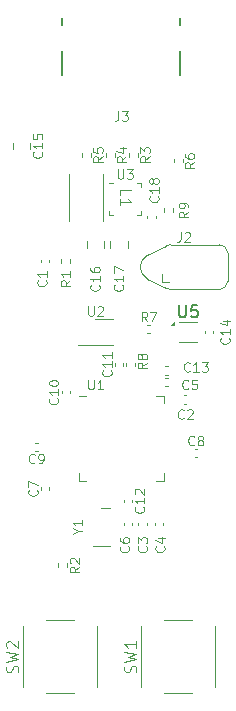
<source format=gto>
G04 #@! TF.GenerationSoftware,KiCad,Pcbnew,8.0.8+1*
G04 #@! TF.CreationDate,2025-02-19T14:50:03+01:00*
G04 #@! TF.ProjectId,rp2040,72703230-3430-42e6-9b69-6361645f7063,rev?*
G04 #@! TF.SameCoordinates,Original*
G04 #@! TF.FileFunction,Legend,Top*
G04 #@! TF.FilePolarity,Positive*
%FSLAX46Y46*%
G04 Gerber Fmt 4.6, Leading zero omitted, Abs format (unit mm)*
G04 Created by KiCad (PCBNEW 8.0.8+1) date 2025-02-19 14:50:03*
%MOMM*%
%LPD*%
G01*
G04 APERTURE LIST*
%ADD10C,0.120000*%
%ADD11C,0.150000*%
%ADD12C,0.100000*%
G04 APERTURE END LIST*
D10*
X151287664Y-99014285D02*
X151325760Y-99052381D01*
X151325760Y-99052381D02*
X151363855Y-99166666D01*
X151363855Y-99166666D02*
X151363855Y-99242857D01*
X151363855Y-99242857D02*
X151325760Y-99357143D01*
X151325760Y-99357143D02*
X151249569Y-99433333D01*
X151249569Y-99433333D02*
X151173379Y-99471428D01*
X151173379Y-99471428D02*
X151020998Y-99509524D01*
X151020998Y-99509524D02*
X150906712Y-99509524D01*
X150906712Y-99509524D02*
X150754331Y-99471428D01*
X150754331Y-99471428D02*
X150678140Y-99433333D01*
X150678140Y-99433333D02*
X150601950Y-99357143D01*
X150601950Y-99357143D02*
X150563855Y-99242857D01*
X150563855Y-99242857D02*
X150563855Y-99166666D01*
X150563855Y-99166666D02*
X150601950Y-99052381D01*
X150601950Y-99052381D02*
X150640045Y-99014285D01*
X151363855Y-98252381D02*
X151363855Y-98709524D01*
X151363855Y-98480952D02*
X150563855Y-98480952D01*
X150563855Y-98480952D02*
X150678140Y-98557143D01*
X150678140Y-98557143D02*
X150754331Y-98633333D01*
X150754331Y-98633333D02*
X150792426Y-98709524D01*
X150830521Y-97566666D02*
X151363855Y-97566666D01*
X150525760Y-97757142D02*
X151097188Y-97947619D01*
X151097188Y-97947619D02*
X151097188Y-97452380D01*
X137863855Y-94133332D02*
X137482902Y-94399999D01*
X137863855Y-94590475D02*
X137063855Y-94590475D01*
X137063855Y-94590475D02*
X137063855Y-94285713D01*
X137063855Y-94285713D02*
X137101950Y-94209523D01*
X137101950Y-94209523D02*
X137140045Y-94171428D01*
X137140045Y-94171428D02*
X137216236Y-94133332D01*
X137216236Y-94133332D02*
X137330521Y-94133332D01*
X137330521Y-94133332D02*
X137406712Y-94171428D01*
X137406712Y-94171428D02*
X137444807Y-94209523D01*
X137444807Y-94209523D02*
X137482902Y-94285713D01*
X137482902Y-94285713D02*
X137482902Y-94590475D01*
X137863855Y-93371428D02*
X137863855Y-93828571D01*
X137863855Y-93599999D02*
X137063855Y-93599999D01*
X137063855Y-93599999D02*
X137178140Y-93676190D01*
X137178140Y-93676190D02*
X137254331Y-93752380D01*
X137254331Y-93752380D02*
X137292426Y-93828571D01*
X144363855Y-101133332D02*
X143982902Y-101399999D01*
X144363855Y-101590475D02*
X143563855Y-101590475D01*
X143563855Y-101590475D02*
X143563855Y-101285713D01*
X143563855Y-101285713D02*
X143601950Y-101209523D01*
X143601950Y-101209523D02*
X143640045Y-101171428D01*
X143640045Y-101171428D02*
X143716236Y-101133332D01*
X143716236Y-101133332D02*
X143830521Y-101133332D01*
X143830521Y-101133332D02*
X143906712Y-101171428D01*
X143906712Y-101171428D02*
X143944807Y-101209523D01*
X143944807Y-101209523D02*
X143982902Y-101285713D01*
X143982902Y-101285713D02*
X143982902Y-101590475D01*
X143906712Y-100676190D02*
X143868617Y-100752380D01*
X143868617Y-100752380D02*
X143830521Y-100790475D01*
X143830521Y-100790475D02*
X143754331Y-100828571D01*
X143754331Y-100828571D02*
X143716236Y-100828571D01*
X143716236Y-100828571D02*
X143640045Y-100790475D01*
X143640045Y-100790475D02*
X143601950Y-100752380D01*
X143601950Y-100752380D02*
X143563855Y-100676190D01*
X143563855Y-100676190D02*
X143563855Y-100523809D01*
X143563855Y-100523809D02*
X143601950Y-100447618D01*
X143601950Y-100447618D02*
X143640045Y-100409523D01*
X143640045Y-100409523D02*
X143716236Y-100371428D01*
X143716236Y-100371428D02*
X143754331Y-100371428D01*
X143754331Y-100371428D02*
X143830521Y-100409523D01*
X143830521Y-100409523D02*
X143868617Y-100447618D01*
X143868617Y-100447618D02*
X143906712Y-100523809D01*
X143906712Y-100523809D02*
X143906712Y-100676190D01*
X143906712Y-100676190D02*
X143944807Y-100752380D01*
X143944807Y-100752380D02*
X143982902Y-100790475D01*
X143982902Y-100790475D02*
X144059093Y-100828571D01*
X144059093Y-100828571D02*
X144211474Y-100828571D01*
X144211474Y-100828571D02*
X144287664Y-100790475D01*
X144287664Y-100790475D02*
X144325760Y-100752380D01*
X144325760Y-100752380D02*
X144363855Y-100676190D01*
X144363855Y-100676190D02*
X144363855Y-100523809D01*
X144363855Y-100523809D02*
X144325760Y-100447618D01*
X144325760Y-100447618D02*
X144287664Y-100409523D01*
X144287664Y-100409523D02*
X144211474Y-100371428D01*
X144211474Y-100371428D02*
X144059093Y-100371428D01*
X144059093Y-100371428D02*
X143982902Y-100409523D01*
X143982902Y-100409523D02*
X143944807Y-100447618D01*
X143944807Y-100447618D02*
X143906712Y-100523809D01*
X147233333Y-90063855D02*
X147233333Y-90635283D01*
X147233333Y-90635283D02*
X147195238Y-90749569D01*
X147195238Y-90749569D02*
X147119047Y-90825760D01*
X147119047Y-90825760D02*
X147004762Y-90863855D01*
X147004762Y-90863855D02*
X146928571Y-90863855D01*
X147576190Y-90140045D02*
X147614286Y-90101950D01*
X147614286Y-90101950D02*
X147690476Y-90063855D01*
X147690476Y-90063855D02*
X147880952Y-90063855D01*
X147880952Y-90063855D02*
X147957143Y-90101950D01*
X147957143Y-90101950D02*
X147995238Y-90140045D01*
X147995238Y-90140045D02*
X148033333Y-90216236D01*
X148033333Y-90216236D02*
X148033333Y-90292426D01*
X148033333Y-90292426D02*
X147995238Y-90406712D01*
X147995238Y-90406712D02*
X147538095Y-90863855D01*
X147538095Y-90863855D02*
X148033333Y-90863855D01*
X143408760Y-127333332D02*
X143456379Y-127190475D01*
X143456379Y-127190475D02*
X143456379Y-126952380D01*
X143456379Y-126952380D02*
X143408760Y-126857142D01*
X143408760Y-126857142D02*
X143361140Y-126809523D01*
X143361140Y-126809523D02*
X143265902Y-126761904D01*
X143265902Y-126761904D02*
X143170664Y-126761904D01*
X143170664Y-126761904D02*
X143075426Y-126809523D01*
X143075426Y-126809523D02*
X143027807Y-126857142D01*
X143027807Y-126857142D02*
X142980188Y-126952380D01*
X142980188Y-126952380D02*
X142932569Y-127142856D01*
X142932569Y-127142856D02*
X142884950Y-127238094D01*
X142884950Y-127238094D02*
X142837331Y-127285713D01*
X142837331Y-127285713D02*
X142742093Y-127333332D01*
X142742093Y-127333332D02*
X142646855Y-127333332D01*
X142646855Y-127333332D02*
X142551617Y-127285713D01*
X142551617Y-127285713D02*
X142503998Y-127238094D01*
X142503998Y-127238094D02*
X142456379Y-127142856D01*
X142456379Y-127142856D02*
X142456379Y-126904761D01*
X142456379Y-126904761D02*
X142503998Y-126761904D01*
X142456379Y-126428570D02*
X143456379Y-126190475D01*
X143456379Y-126190475D02*
X142742093Y-125999999D01*
X142742093Y-125999999D02*
X143456379Y-125809523D01*
X143456379Y-125809523D02*
X142456379Y-125571428D01*
X143456379Y-124666666D02*
X143456379Y-125238094D01*
X143456379Y-124952380D02*
X142456379Y-124952380D01*
X142456379Y-124952380D02*
X142599236Y-125047618D01*
X142599236Y-125047618D02*
X142694474Y-125142856D01*
X142694474Y-125142856D02*
X142742093Y-125238094D01*
X147466667Y-105787664D02*
X147428571Y-105825760D01*
X147428571Y-105825760D02*
X147314286Y-105863855D01*
X147314286Y-105863855D02*
X147238095Y-105863855D01*
X147238095Y-105863855D02*
X147123809Y-105825760D01*
X147123809Y-105825760D02*
X147047619Y-105749569D01*
X147047619Y-105749569D02*
X147009524Y-105673379D01*
X147009524Y-105673379D02*
X146971428Y-105520998D01*
X146971428Y-105520998D02*
X146971428Y-105406712D01*
X146971428Y-105406712D02*
X147009524Y-105254331D01*
X147009524Y-105254331D02*
X147047619Y-105178140D01*
X147047619Y-105178140D02*
X147123809Y-105101950D01*
X147123809Y-105101950D02*
X147238095Y-105063855D01*
X147238095Y-105063855D02*
X147314286Y-105063855D01*
X147314286Y-105063855D02*
X147428571Y-105101950D01*
X147428571Y-105101950D02*
X147466667Y-105140045D01*
X147771428Y-105140045D02*
X147809524Y-105101950D01*
X147809524Y-105101950D02*
X147885714Y-105063855D01*
X147885714Y-105063855D02*
X148076190Y-105063855D01*
X148076190Y-105063855D02*
X148152381Y-105101950D01*
X148152381Y-105101950D02*
X148190476Y-105140045D01*
X148190476Y-105140045D02*
X148228571Y-105216236D01*
X148228571Y-105216236D02*
X148228571Y-105292426D01*
X148228571Y-105292426D02*
X148190476Y-105406712D01*
X148190476Y-105406712D02*
X147733333Y-105863855D01*
X147733333Y-105863855D02*
X148228571Y-105863855D01*
X144613855Y-83633332D02*
X144232902Y-83899999D01*
X144613855Y-84090475D02*
X143813855Y-84090475D01*
X143813855Y-84090475D02*
X143813855Y-83785713D01*
X143813855Y-83785713D02*
X143851950Y-83709523D01*
X143851950Y-83709523D02*
X143890045Y-83671428D01*
X143890045Y-83671428D02*
X143966236Y-83633332D01*
X143966236Y-83633332D02*
X144080521Y-83633332D01*
X144080521Y-83633332D02*
X144156712Y-83671428D01*
X144156712Y-83671428D02*
X144194807Y-83709523D01*
X144194807Y-83709523D02*
X144232902Y-83785713D01*
X144232902Y-83785713D02*
X144232902Y-84090475D01*
X143813855Y-83366666D02*
X143813855Y-82871428D01*
X143813855Y-82871428D02*
X144118617Y-83138094D01*
X144118617Y-83138094D02*
X144118617Y-83023809D01*
X144118617Y-83023809D02*
X144156712Y-82947618D01*
X144156712Y-82947618D02*
X144194807Y-82909523D01*
X144194807Y-82909523D02*
X144270998Y-82871428D01*
X144270998Y-82871428D02*
X144461474Y-82871428D01*
X144461474Y-82871428D02*
X144537664Y-82909523D01*
X144537664Y-82909523D02*
X144575760Y-82947618D01*
X144575760Y-82947618D02*
X144613855Y-83023809D01*
X144613855Y-83023809D02*
X144613855Y-83252380D01*
X144613855Y-83252380D02*
X144575760Y-83328571D01*
X144575760Y-83328571D02*
X144537664Y-83366666D01*
X138613855Y-118383332D02*
X138232902Y-118649999D01*
X138613855Y-118840475D02*
X137813855Y-118840475D01*
X137813855Y-118840475D02*
X137813855Y-118535713D01*
X137813855Y-118535713D02*
X137851950Y-118459523D01*
X137851950Y-118459523D02*
X137890045Y-118421428D01*
X137890045Y-118421428D02*
X137966236Y-118383332D01*
X137966236Y-118383332D02*
X138080521Y-118383332D01*
X138080521Y-118383332D02*
X138156712Y-118421428D01*
X138156712Y-118421428D02*
X138194807Y-118459523D01*
X138194807Y-118459523D02*
X138232902Y-118535713D01*
X138232902Y-118535713D02*
X138232902Y-118840475D01*
X137890045Y-118078571D02*
X137851950Y-118040475D01*
X137851950Y-118040475D02*
X137813855Y-117964285D01*
X137813855Y-117964285D02*
X137813855Y-117773809D01*
X137813855Y-117773809D02*
X137851950Y-117697618D01*
X137851950Y-117697618D02*
X137890045Y-117659523D01*
X137890045Y-117659523D02*
X137966236Y-117621428D01*
X137966236Y-117621428D02*
X138042426Y-117621428D01*
X138042426Y-117621428D02*
X138156712Y-117659523D01*
X138156712Y-117659523D02*
X138613855Y-118116666D01*
X138613855Y-118116666D02*
X138613855Y-117621428D01*
X138482902Y-115380951D02*
X138863855Y-115380951D01*
X138063855Y-115647618D02*
X138482902Y-115380951D01*
X138482902Y-115380951D02*
X138063855Y-115114285D01*
X138863855Y-114428571D02*
X138863855Y-114885714D01*
X138863855Y-114657142D02*
X138063855Y-114657142D01*
X138063855Y-114657142D02*
X138178140Y-114733333D01*
X138178140Y-114733333D02*
X138254331Y-114809523D01*
X138254331Y-114809523D02*
X138292426Y-114885714D01*
X141287664Y-101764285D02*
X141325760Y-101802381D01*
X141325760Y-101802381D02*
X141363855Y-101916666D01*
X141363855Y-101916666D02*
X141363855Y-101992857D01*
X141363855Y-101992857D02*
X141325760Y-102107143D01*
X141325760Y-102107143D02*
X141249569Y-102183333D01*
X141249569Y-102183333D02*
X141173379Y-102221428D01*
X141173379Y-102221428D02*
X141020998Y-102259524D01*
X141020998Y-102259524D02*
X140906712Y-102259524D01*
X140906712Y-102259524D02*
X140754331Y-102221428D01*
X140754331Y-102221428D02*
X140678140Y-102183333D01*
X140678140Y-102183333D02*
X140601950Y-102107143D01*
X140601950Y-102107143D02*
X140563855Y-101992857D01*
X140563855Y-101992857D02*
X140563855Y-101916666D01*
X140563855Y-101916666D02*
X140601950Y-101802381D01*
X140601950Y-101802381D02*
X140640045Y-101764285D01*
X141363855Y-101002381D02*
X141363855Y-101459524D01*
X141363855Y-101230952D02*
X140563855Y-101230952D01*
X140563855Y-101230952D02*
X140678140Y-101307143D01*
X140678140Y-101307143D02*
X140754331Y-101383333D01*
X140754331Y-101383333D02*
X140792426Y-101459524D01*
X141363855Y-100240476D02*
X141363855Y-100697619D01*
X141363855Y-100469047D02*
X140563855Y-100469047D01*
X140563855Y-100469047D02*
X140678140Y-100545238D01*
X140678140Y-100545238D02*
X140754331Y-100621428D01*
X140754331Y-100621428D02*
X140792426Y-100697619D01*
X145787664Y-116633332D02*
X145825760Y-116671428D01*
X145825760Y-116671428D02*
X145863855Y-116785713D01*
X145863855Y-116785713D02*
X145863855Y-116861904D01*
X145863855Y-116861904D02*
X145825760Y-116976190D01*
X145825760Y-116976190D02*
X145749569Y-117052380D01*
X145749569Y-117052380D02*
X145673379Y-117090475D01*
X145673379Y-117090475D02*
X145520998Y-117128571D01*
X145520998Y-117128571D02*
X145406712Y-117128571D01*
X145406712Y-117128571D02*
X145254331Y-117090475D01*
X145254331Y-117090475D02*
X145178140Y-117052380D01*
X145178140Y-117052380D02*
X145101950Y-116976190D01*
X145101950Y-116976190D02*
X145063855Y-116861904D01*
X145063855Y-116861904D02*
X145063855Y-116785713D01*
X145063855Y-116785713D02*
X145101950Y-116671428D01*
X145101950Y-116671428D02*
X145140045Y-116633332D01*
X145330521Y-115947618D02*
X145863855Y-115947618D01*
X145025760Y-116138094D02*
X145597188Y-116328571D01*
X145597188Y-116328571D02*
X145597188Y-115833332D01*
X147866667Y-103287664D02*
X147828571Y-103325760D01*
X147828571Y-103325760D02*
X147714286Y-103363855D01*
X147714286Y-103363855D02*
X147638095Y-103363855D01*
X147638095Y-103363855D02*
X147523809Y-103325760D01*
X147523809Y-103325760D02*
X147447619Y-103249569D01*
X147447619Y-103249569D02*
X147409524Y-103173379D01*
X147409524Y-103173379D02*
X147371428Y-103020998D01*
X147371428Y-103020998D02*
X147371428Y-102906712D01*
X147371428Y-102906712D02*
X147409524Y-102754331D01*
X147409524Y-102754331D02*
X147447619Y-102678140D01*
X147447619Y-102678140D02*
X147523809Y-102601950D01*
X147523809Y-102601950D02*
X147638095Y-102563855D01*
X147638095Y-102563855D02*
X147714286Y-102563855D01*
X147714286Y-102563855D02*
X147828571Y-102601950D01*
X147828571Y-102601950D02*
X147866667Y-102640045D01*
X148590476Y-102563855D02*
X148209524Y-102563855D01*
X148209524Y-102563855D02*
X148171428Y-102944807D01*
X148171428Y-102944807D02*
X148209524Y-102906712D01*
X148209524Y-102906712D02*
X148285714Y-102868617D01*
X148285714Y-102868617D02*
X148476190Y-102868617D01*
X148476190Y-102868617D02*
X148552381Y-102906712D01*
X148552381Y-102906712D02*
X148590476Y-102944807D01*
X148590476Y-102944807D02*
X148628571Y-103020998D01*
X148628571Y-103020998D02*
X148628571Y-103211474D01*
X148628571Y-103211474D02*
X148590476Y-103287664D01*
X148590476Y-103287664D02*
X148552381Y-103325760D01*
X148552381Y-103325760D02*
X148476190Y-103363855D01*
X148476190Y-103363855D02*
X148285714Y-103363855D01*
X148285714Y-103363855D02*
X148209524Y-103325760D01*
X148209524Y-103325760D02*
X148171428Y-103287664D01*
D11*
X147088095Y-96254819D02*
X147088095Y-97064342D01*
X147088095Y-97064342D02*
X147135714Y-97159580D01*
X147135714Y-97159580D02*
X147183333Y-97207200D01*
X147183333Y-97207200D02*
X147278571Y-97254819D01*
X147278571Y-97254819D02*
X147469047Y-97254819D01*
X147469047Y-97254819D02*
X147564285Y-97207200D01*
X147564285Y-97207200D02*
X147611904Y-97159580D01*
X147611904Y-97159580D02*
X147659523Y-97064342D01*
X147659523Y-97064342D02*
X147659523Y-96254819D01*
X148611904Y-96254819D02*
X148135714Y-96254819D01*
X148135714Y-96254819D02*
X148088095Y-96731009D01*
X148088095Y-96731009D02*
X148135714Y-96683390D01*
X148135714Y-96683390D02*
X148230952Y-96635771D01*
X148230952Y-96635771D02*
X148469047Y-96635771D01*
X148469047Y-96635771D02*
X148564285Y-96683390D01*
X148564285Y-96683390D02*
X148611904Y-96731009D01*
X148611904Y-96731009D02*
X148659523Y-96826247D01*
X148659523Y-96826247D02*
X148659523Y-97064342D01*
X148659523Y-97064342D02*
X148611904Y-97159580D01*
X148611904Y-97159580D02*
X148564285Y-97207200D01*
X148564285Y-97207200D02*
X148469047Y-97254819D01*
X148469047Y-97254819D02*
X148230952Y-97254819D01*
X148230952Y-97254819D02*
X148135714Y-97207200D01*
X148135714Y-97207200D02*
X148088095Y-97159580D01*
D10*
X135787664Y-94133332D02*
X135825760Y-94171428D01*
X135825760Y-94171428D02*
X135863855Y-94285713D01*
X135863855Y-94285713D02*
X135863855Y-94361904D01*
X135863855Y-94361904D02*
X135825760Y-94476190D01*
X135825760Y-94476190D02*
X135749569Y-94552380D01*
X135749569Y-94552380D02*
X135673379Y-94590475D01*
X135673379Y-94590475D02*
X135520998Y-94628571D01*
X135520998Y-94628571D02*
X135406712Y-94628571D01*
X135406712Y-94628571D02*
X135254331Y-94590475D01*
X135254331Y-94590475D02*
X135178140Y-94552380D01*
X135178140Y-94552380D02*
X135101950Y-94476190D01*
X135101950Y-94476190D02*
X135063855Y-94361904D01*
X135063855Y-94361904D02*
X135063855Y-94285713D01*
X135063855Y-94285713D02*
X135101950Y-94171428D01*
X135101950Y-94171428D02*
X135140045Y-94133332D01*
X135863855Y-93371428D02*
X135863855Y-93828571D01*
X135863855Y-93599999D02*
X135063855Y-93599999D01*
X135063855Y-93599999D02*
X135178140Y-93676190D01*
X135178140Y-93676190D02*
X135254331Y-93752380D01*
X135254331Y-93752380D02*
X135292426Y-93828571D01*
X147863855Y-88333332D02*
X147482902Y-88599999D01*
X147863855Y-88790475D02*
X147063855Y-88790475D01*
X147063855Y-88790475D02*
X147063855Y-88485713D01*
X147063855Y-88485713D02*
X147101950Y-88409523D01*
X147101950Y-88409523D02*
X147140045Y-88371428D01*
X147140045Y-88371428D02*
X147216236Y-88333332D01*
X147216236Y-88333332D02*
X147330521Y-88333332D01*
X147330521Y-88333332D02*
X147406712Y-88371428D01*
X147406712Y-88371428D02*
X147444807Y-88409523D01*
X147444807Y-88409523D02*
X147482902Y-88485713D01*
X147482902Y-88485713D02*
X147482902Y-88790475D01*
X147863855Y-87952380D02*
X147863855Y-87799999D01*
X147863855Y-87799999D02*
X147825760Y-87723809D01*
X147825760Y-87723809D02*
X147787664Y-87685713D01*
X147787664Y-87685713D02*
X147673379Y-87609523D01*
X147673379Y-87609523D02*
X147520998Y-87571428D01*
X147520998Y-87571428D02*
X147216236Y-87571428D01*
X147216236Y-87571428D02*
X147140045Y-87609523D01*
X147140045Y-87609523D02*
X147101950Y-87647618D01*
X147101950Y-87647618D02*
X147063855Y-87723809D01*
X147063855Y-87723809D02*
X147063855Y-87876190D01*
X147063855Y-87876190D02*
X147101950Y-87952380D01*
X147101950Y-87952380D02*
X147140045Y-87990475D01*
X147140045Y-87990475D02*
X147216236Y-88028571D01*
X147216236Y-88028571D02*
X147406712Y-88028571D01*
X147406712Y-88028571D02*
X147482902Y-87990475D01*
X147482902Y-87990475D02*
X147520998Y-87952380D01*
X147520998Y-87952380D02*
X147559093Y-87876190D01*
X147559093Y-87876190D02*
X147559093Y-87723809D01*
X147559093Y-87723809D02*
X147520998Y-87647618D01*
X147520998Y-87647618D02*
X147482902Y-87609523D01*
X147482902Y-87609523D02*
X147406712Y-87571428D01*
X140613855Y-83633332D02*
X140232902Y-83899999D01*
X140613855Y-84090475D02*
X139813855Y-84090475D01*
X139813855Y-84090475D02*
X139813855Y-83785713D01*
X139813855Y-83785713D02*
X139851950Y-83709523D01*
X139851950Y-83709523D02*
X139890045Y-83671428D01*
X139890045Y-83671428D02*
X139966236Y-83633332D01*
X139966236Y-83633332D02*
X140080521Y-83633332D01*
X140080521Y-83633332D02*
X140156712Y-83671428D01*
X140156712Y-83671428D02*
X140194807Y-83709523D01*
X140194807Y-83709523D02*
X140232902Y-83785713D01*
X140232902Y-83785713D02*
X140232902Y-84090475D01*
X139813855Y-82909523D02*
X139813855Y-83290475D01*
X139813855Y-83290475D02*
X140194807Y-83328571D01*
X140194807Y-83328571D02*
X140156712Y-83290475D01*
X140156712Y-83290475D02*
X140118617Y-83214285D01*
X140118617Y-83214285D02*
X140118617Y-83023809D01*
X140118617Y-83023809D02*
X140156712Y-82947618D01*
X140156712Y-82947618D02*
X140194807Y-82909523D01*
X140194807Y-82909523D02*
X140270998Y-82871428D01*
X140270998Y-82871428D02*
X140461474Y-82871428D01*
X140461474Y-82871428D02*
X140537664Y-82909523D01*
X140537664Y-82909523D02*
X140575760Y-82947618D01*
X140575760Y-82947618D02*
X140613855Y-83023809D01*
X140613855Y-83023809D02*
X140613855Y-83214285D01*
X140613855Y-83214285D02*
X140575760Y-83290475D01*
X140575760Y-83290475D02*
X140537664Y-83328571D01*
X144366667Y-97613855D02*
X144100000Y-97232902D01*
X143909524Y-97613855D02*
X143909524Y-96813855D01*
X143909524Y-96813855D02*
X144214286Y-96813855D01*
X144214286Y-96813855D02*
X144290476Y-96851950D01*
X144290476Y-96851950D02*
X144328571Y-96890045D01*
X144328571Y-96890045D02*
X144366667Y-96966236D01*
X144366667Y-96966236D02*
X144366667Y-97080521D01*
X144366667Y-97080521D02*
X144328571Y-97156712D01*
X144328571Y-97156712D02*
X144290476Y-97194807D01*
X144290476Y-97194807D02*
X144214286Y-97232902D01*
X144214286Y-97232902D02*
X143909524Y-97232902D01*
X144633333Y-96813855D02*
X145166667Y-96813855D01*
X145166667Y-96813855D02*
X144823809Y-97613855D01*
X134866667Y-109537664D02*
X134828571Y-109575760D01*
X134828571Y-109575760D02*
X134714286Y-109613855D01*
X134714286Y-109613855D02*
X134638095Y-109613855D01*
X134638095Y-109613855D02*
X134523809Y-109575760D01*
X134523809Y-109575760D02*
X134447619Y-109499569D01*
X134447619Y-109499569D02*
X134409524Y-109423379D01*
X134409524Y-109423379D02*
X134371428Y-109270998D01*
X134371428Y-109270998D02*
X134371428Y-109156712D01*
X134371428Y-109156712D02*
X134409524Y-109004331D01*
X134409524Y-109004331D02*
X134447619Y-108928140D01*
X134447619Y-108928140D02*
X134523809Y-108851950D01*
X134523809Y-108851950D02*
X134638095Y-108813855D01*
X134638095Y-108813855D02*
X134714286Y-108813855D01*
X134714286Y-108813855D02*
X134828571Y-108851950D01*
X134828571Y-108851950D02*
X134866667Y-108890045D01*
X135247619Y-109613855D02*
X135400000Y-109613855D01*
X135400000Y-109613855D02*
X135476190Y-109575760D01*
X135476190Y-109575760D02*
X135514286Y-109537664D01*
X135514286Y-109537664D02*
X135590476Y-109423379D01*
X135590476Y-109423379D02*
X135628571Y-109270998D01*
X135628571Y-109270998D02*
X135628571Y-108966236D01*
X135628571Y-108966236D02*
X135590476Y-108890045D01*
X135590476Y-108890045D02*
X135552381Y-108851950D01*
X135552381Y-108851950D02*
X135476190Y-108813855D01*
X135476190Y-108813855D02*
X135323809Y-108813855D01*
X135323809Y-108813855D02*
X135247619Y-108851950D01*
X135247619Y-108851950D02*
X135209524Y-108890045D01*
X135209524Y-108890045D02*
X135171428Y-108966236D01*
X135171428Y-108966236D02*
X135171428Y-109156712D01*
X135171428Y-109156712D02*
X135209524Y-109232902D01*
X135209524Y-109232902D02*
X135247619Y-109270998D01*
X135247619Y-109270998D02*
X135323809Y-109309093D01*
X135323809Y-109309093D02*
X135476190Y-109309093D01*
X135476190Y-109309093D02*
X135552381Y-109270998D01*
X135552381Y-109270998D02*
X135590476Y-109232902D01*
X135590476Y-109232902D02*
X135628571Y-109156712D01*
X141933333Y-79828855D02*
X141933333Y-80400283D01*
X141933333Y-80400283D02*
X141895238Y-80514569D01*
X141895238Y-80514569D02*
X141819047Y-80590760D01*
X141819047Y-80590760D02*
X141704762Y-80628855D01*
X141704762Y-80628855D02*
X141628571Y-80628855D01*
X142238095Y-79828855D02*
X142733333Y-79828855D01*
X142733333Y-79828855D02*
X142466667Y-80133617D01*
X142466667Y-80133617D02*
X142580952Y-80133617D01*
X142580952Y-80133617D02*
X142657143Y-80171712D01*
X142657143Y-80171712D02*
X142695238Y-80209807D01*
X142695238Y-80209807D02*
X142733333Y-80285998D01*
X142733333Y-80285998D02*
X142733333Y-80476474D01*
X142733333Y-80476474D02*
X142695238Y-80552664D01*
X142695238Y-80552664D02*
X142657143Y-80590760D01*
X142657143Y-80590760D02*
X142580952Y-80628855D01*
X142580952Y-80628855D02*
X142352381Y-80628855D01*
X142352381Y-80628855D02*
X142276190Y-80590760D01*
X142276190Y-80590760D02*
X142238095Y-80552664D01*
X142787664Y-116633332D02*
X142825760Y-116671428D01*
X142825760Y-116671428D02*
X142863855Y-116785713D01*
X142863855Y-116785713D02*
X142863855Y-116861904D01*
X142863855Y-116861904D02*
X142825760Y-116976190D01*
X142825760Y-116976190D02*
X142749569Y-117052380D01*
X142749569Y-117052380D02*
X142673379Y-117090475D01*
X142673379Y-117090475D02*
X142520998Y-117128571D01*
X142520998Y-117128571D02*
X142406712Y-117128571D01*
X142406712Y-117128571D02*
X142254331Y-117090475D01*
X142254331Y-117090475D02*
X142178140Y-117052380D01*
X142178140Y-117052380D02*
X142101950Y-116976190D01*
X142101950Y-116976190D02*
X142063855Y-116861904D01*
X142063855Y-116861904D02*
X142063855Y-116785713D01*
X142063855Y-116785713D02*
X142101950Y-116671428D01*
X142101950Y-116671428D02*
X142140045Y-116633332D01*
X142063855Y-115947618D02*
X142063855Y-116099999D01*
X142063855Y-116099999D02*
X142101950Y-116176190D01*
X142101950Y-116176190D02*
X142140045Y-116214285D01*
X142140045Y-116214285D02*
X142254331Y-116290475D01*
X142254331Y-116290475D02*
X142406712Y-116328571D01*
X142406712Y-116328571D02*
X142711474Y-116328571D01*
X142711474Y-116328571D02*
X142787664Y-116290475D01*
X142787664Y-116290475D02*
X142825760Y-116252380D01*
X142825760Y-116252380D02*
X142863855Y-116176190D01*
X142863855Y-116176190D02*
X142863855Y-116023809D01*
X142863855Y-116023809D02*
X142825760Y-115947618D01*
X142825760Y-115947618D02*
X142787664Y-115909523D01*
X142787664Y-115909523D02*
X142711474Y-115871428D01*
X142711474Y-115871428D02*
X142520998Y-115871428D01*
X142520998Y-115871428D02*
X142444807Y-115909523D01*
X142444807Y-115909523D02*
X142406712Y-115947618D01*
X142406712Y-115947618D02*
X142368617Y-116023809D01*
X142368617Y-116023809D02*
X142368617Y-116176190D01*
X142368617Y-116176190D02*
X142406712Y-116252380D01*
X142406712Y-116252380D02*
X142444807Y-116290475D01*
X142444807Y-116290475D02*
X142520998Y-116328571D01*
X141890476Y-84713855D02*
X141890476Y-85361474D01*
X141890476Y-85361474D02*
X141928571Y-85437664D01*
X141928571Y-85437664D02*
X141966666Y-85475760D01*
X141966666Y-85475760D02*
X142042857Y-85513855D01*
X142042857Y-85513855D02*
X142195238Y-85513855D01*
X142195238Y-85513855D02*
X142271428Y-85475760D01*
X142271428Y-85475760D02*
X142309523Y-85437664D01*
X142309523Y-85437664D02*
X142347619Y-85361474D01*
X142347619Y-85361474D02*
X142347619Y-84713855D01*
X142652380Y-84713855D02*
X143147618Y-84713855D01*
X143147618Y-84713855D02*
X142880952Y-85018617D01*
X142880952Y-85018617D02*
X142995237Y-85018617D01*
X142995237Y-85018617D02*
X143071428Y-85056712D01*
X143071428Y-85056712D02*
X143109523Y-85094807D01*
X143109523Y-85094807D02*
X143147618Y-85170998D01*
X143147618Y-85170998D02*
X143147618Y-85361474D01*
X143147618Y-85361474D02*
X143109523Y-85437664D01*
X143109523Y-85437664D02*
X143071428Y-85475760D01*
X143071428Y-85475760D02*
X142995237Y-85513855D01*
X142995237Y-85513855D02*
X142766666Y-85513855D01*
X142766666Y-85513855D02*
X142690475Y-85475760D01*
X142690475Y-85475760D02*
X142652380Y-85437664D01*
X142287664Y-94514285D02*
X142325760Y-94552381D01*
X142325760Y-94552381D02*
X142363855Y-94666666D01*
X142363855Y-94666666D02*
X142363855Y-94742857D01*
X142363855Y-94742857D02*
X142325760Y-94857143D01*
X142325760Y-94857143D02*
X142249569Y-94933333D01*
X142249569Y-94933333D02*
X142173379Y-94971428D01*
X142173379Y-94971428D02*
X142020998Y-95009524D01*
X142020998Y-95009524D02*
X141906712Y-95009524D01*
X141906712Y-95009524D02*
X141754331Y-94971428D01*
X141754331Y-94971428D02*
X141678140Y-94933333D01*
X141678140Y-94933333D02*
X141601950Y-94857143D01*
X141601950Y-94857143D02*
X141563855Y-94742857D01*
X141563855Y-94742857D02*
X141563855Y-94666666D01*
X141563855Y-94666666D02*
X141601950Y-94552381D01*
X141601950Y-94552381D02*
X141640045Y-94514285D01*
X142363855Y-93752381D02*
X142363855Y-94209524D01*
X142363855Y-93980952D02*
X141563855Y-93980952D01*
X141563855Y-93980952D02*
X141678140Y-94057143D01*
X141678140Y-94057143D02*
X141754331Y-94133333D01*
X141754331Y-94133333D02*
X141792426Y-94209524D01*
X141563855Y-93485714D02*
X141563855Y-92952380D01*
X141563855Y-92952380D02*
X142363855Y-93295238D01*
X147985714Y-101787664D02*
X147947618Y-101825760D01*
X147947618Y-101825760D02*
X147833333Y-101863855D01*
X147833333Y-101863855D02*
X147757142Y-101863855D01*
X147757142Y-101863855D02*
X147642856Y-101825760D01*
X147642856Y-101825760D02*
X147566666Y-101749569D01*
X147566666Y-101749569D02*
X147528571Y-101673379D01*
X147528571Y-101673379D02*
X147490475Y-101520998D01*
X147490475Y-101520998D02*
X147490475Y-101406712D01*
X147490475Y-101406712D02*
X147528571Y-101254331D01*
X147528571Y-101254331D02*
X147566666Y-101178140D01*
X147566666Y-101178140D02*
X147642856Y-101101950D01*
X147642856Y-101101950D02*
X147757142Y-101063855D01*
X147757142Y-101063855D02*
X147833333Y-101063855D01*
X147833333Y-101063855D02*
X147947618Y-101101950D01*
X147947618Y-101101950D02*
X147985714Y-101140045D01*
X148747618Y-101863855D02*
X148290475Y-101863855D01*
X148519047Y-101863855D02*
X148519047Y-101063855D01*
X148519047Y-101063855D02*
X148442856Y-101178140D01*
X148442856Y-101178140D02*
X148366666Y-101254331D01*
X148366666Y-101254331D02*
X148290475Y-101292426D01*
X149014285Y-101063855D02*
X149509523Y-101063855D01*
X149509523Y-101063855D02*
X149242857Y-101368617D01*
X149242857Y-101368617D02*
X149357142Y-101368617D01*
X149357142Y-101368617D02*
X149433333Y-101406712D01*
X149433333Y-101406712D02*
X149471428Y-101444807D01*
X149471428Y-101444807D02*
X149509523Y-101520998D01*
X149509523Y-101520998D02*
X149509523Y-101711474D01*
X149509523Y-101711474D02*
X149471428Y-101787664D01*
X149471428Y-101787664D02*
X149433333Y-101825760D01*
X149433333Y-101825760D02*
X149357142Y-101863855D01*
X149357142Y-101863855D02*
X149128571Y-101863855D01*
X149128571Y-101863855D02*
X149052380Y-101825760D01*
X149052380Y-101825760D02*
X149014285Y-101787664D01*
X135437664Y-83264285D02*
X135475760Y-83302381D01*
X135475760Y-83302381D02*
X135513855Y-83416666D01*
X135513855Y-83416666D02*
X135513855Y-83492857D01*
X135513855Y-83492857D02*
X135475760Y-83607143D01*
X135475760Y-83607143D02*
X135399569Y-83683333D01*
X135399569Y-83683333D02*
X135323379Y-83721428D01*
X135323379Y-83721428D02*
X135170998Y-83759524D01*
X135170998Y-83759524D02*
X135056712Y-83759524D01*
X135056712Y-83759524D02*
X134904331Y-83721428D01*
X134904331Y-83721428D02*
X134828140Y-83683333D01*
X134828140Y-83683333D02*
X134751950Y-83607143D01*
X134751950Y-83607143D02*
X134713855Y-83492857D01*
X134713855Y-83492857D02*
X134713855Y-83416666D01*
X134713855Y-83416666D02*
X134751950Y-83302381D01*
X134751950Y-83302381D02*
X134790045Y-83264285D01*
X135513855Y-82502381D02*
X135513855Y-82959524D01*
X135513855Y-82730952D02*
X134713855Y-82730952D01*
X134713855Y-82730952D02*
X134828140Y-82807143D01*
X134828140Y-82807143D02*
X134904331Y-82883333D01*
X134904331Y-82883333D02*
X134942426Y-82959524D01*
X134713855Y-81778571D02*
X134713855Y-82159523D01*
X134713855Y-82159523D02*
X135094807Y-82197619D01*
X135094807Y-82197619D02*
X135056712Y-82159523D01*
X135056712Y-82159523D02*
X135018617Y-82083333D01*
X135018617Y-82083333D02*
X135018617Y-81892857D01*
X135018617Y-81892857D02*
X135056712Y-81816666D01*
X135056712Y-81816666D02*
X135094807Y-81778571D01*
X135094807Y-81778571D02*
X135170998Y-81740476D01*
X135170998Y-81740476D02*
X135361474Y-81740476D01*
X135361474Y-81740476D02*
X135437664Y-81778571D01*
X135437664Y-81778571D02*
X135475760Y-81816666D01*
X135475760Y-81816666D02*
X135513855Y-81892857D01*
X135513855Y-81892857D02*
X135513855Y-82083333D01*
X135513855Y-82083333D02*
X135475760Y-82159523D01*
X135475760Y-82159523D02*
X135437664Y-82197619D01*
X142613855Y-83633332D02*
X142232902Y-83899999D01*
X142613855Y-84090475D02*
X141813855Y-84090475D01*
X141813855Y-84090475D02*
X141813855Y-83785713D01*
X141813855Y-83785713D02*
X141851950Y-83709523D01*
X141851950Y-83709523D02*
X141890045Y-83671428D01*
X141890045Y-83671428D02*
X141966236Y-83633332D01*
X141966236Y-83633332D02*
X142080521Y-83633332D01*
X142080521Y-83633332D02*
X142156712Y-83671428D01*
X142156712Y-83671428D02*
X142194807Y-83709523D01*
X142194807Y-83709523D02*
X142232902Y-83785713D01*
X142232902Y-83785713D02*
X142232902Y-84090475D01*
X142080521Y-82947618D02*
X142613855Y-82947618D01*
X141775760Y-83138094D02*
X142347188Y-83328571D01*
X142347188Y-83328571D02*
X142347188Y-82833332D01*
X135037664Y-111883332D02*
X135075760Y-111921428D01*
X135075760Y-111921428D02*
X135113855Y-112035713D01*
X135113855Y-112035713D02*
X135113855Y-112111904D01*
X135113855Y-112111904D02*
X135075760Y-112226190D01*
X135075760Y-112226190D02*
X134999569Y-112302380D01*
X134999569Y-112302380D02*
X134923379Y-112340475D01*
X134923379Y-112340475D02*
X134770998Y-112378571D01*
X134770998Y-112378571D02*
X134656712Y-112378571D01*
X134656712Y-112378571D02*
X134504331Y-112340475D01*
X134504331Y-112340475D02*
X134428140Y-112302380D01*
X134428140Y-112302380D02*
X134351950Y-112226190D01*
X134351950Y-112226190D02*
X134313855Y-112111904D01*
X134313855Y-112111904D02*
X134313855Y-112035713D01*
X134313855Y-112035713D02*
X134351950Y-111921428D01*
X134351950Y-111921428D02*
X134390045Y-111883332D01*
X134313855Y-111616666D02*
X134313855Y-111083332D01*
X134313855Y-111083332D02*
X135113855Y-111426190D01*
X133408760Y-127333332D02*
X133456379Y-127190475D01*
X133456379Y-127190475D02*
X133456379Y-126952380D01*
X133456379Y-126952380D02*
X133408760Y-126857142D01*
X133408760Y-126857142D02*
X133361140Y-126809523D01*
X133361140Y-126809523D02*
X133265902Y-126761904D01*
X133265902Y-126761904D02*
X133170664Y-126761904D01*
X133170664Y-126761904D02*
X133075426Y-126809523D01*
X133075426Y-126809523D02*
X133027807Y-126857142D01*
X133027807Y-126857142D02*
X132980188Y-126952380D01*
X132980188Y-126952380D02*
X132932569Y-127142856D01*
X132932569Y-127142856D02*
X132884950Y-127238094D01*
X132884950Y-127238094D02*
X132837331Y-127285713D01*
X132837331Y-127285713D02*
X132742093Y-127333332D01*
X132742093Y-127333332D02*
X132646855Y-127333332D01*
X132646855Y-127333332D02*
X132551617Y-127285713D01*
X132551617Y-127285713D02*
X132503998Y-127238094D01*
X132503998Y-127238094D02*
X132456379Y-127142856D01*
X132456379Y-127142856D02*
X132456379Y-126904761D01*
X132456379Y-126904761D02*
X132503998Y-126761904D01*
X132456379Y-126428570D02*
X133456379Y-126190475D01*
X133456379Y-126190475D02*
X132742093Y-125999999D01*
X132742093Y-125999999D02*
X133456379Y-125809523D01*
X133456379Y-125809523D02*
X132456379Y-125571428D01*
X132551617Y-125238094D02*
X132503998Y-125190475D01*
X132503998Y-125190475D02*
X132456379Y-125095237D01*
X132456379Y-125095237D02*
X132456379Y-124857142D01*
X132456379Y-124857142D02*
X132503998Y-124761904D01*
X132503998Y-124761904D02*
X132551617Y-124714285D01*
X132551617Y-124714285D02*
X132646855Y-124666666D01*
X132646855Y-124666666D02*
X132742093Y-124666666D01*
X132742093Y-124666666D02*
X132884950Y-124714285D01*
X132884950Y-124714285D02*
X133456379Y-125285713D01*
X133456379Y-125285713D02*
X133456379Y-124666666D01*
X144037664Y-113314285D02*
X144075760Y-113352381D01*
X144075760Y-113352381D02*
X144113855Y-113466666D01*
X144113855Y-113466666D02*
X144113855Y-113542857D01*
X144113855Y-113542857D02*
X144075760Y-113657143D01*
X144075760Y-113657143D02*
X143999569Y-113733333D01*
X143999569Y-113733333D02*
X143923379Y-113771428D01*
X143923379Y-113771428D02*
X143770998Y-113809524D01*
X143770998Y-113809524D02*
X143656712Y-113809524D01*
X143656712Y-113809524D02*
X143504331Y-113771428D01*
X143504331Y-113771428D02*
X143428140Y-113733333D01*
X143428140Y-113733333D02*
X143351950Y-113657143D01*
X143351950Y-113657143D02*
X143313855Y-113542857D01*
X143313855Y-113542857D02*
X143313855Y-113466666D01*
X143313855Y-113466666D02*
X143351950Y-113352381D01*
X143351950Y-113352381D02*
X143390045Y-113314285D01*
X144113855Y-112552381D02*
X144113855Y-113009524D01*
X144113855Y-112780952D02*
X143313855Y-112780952D01*
X143313855Y-112780952D02*
X143428140Y-112857143D01*
X143428140Y-112857143D02*
X143504331Y-112933333D01*
X143504331Y-112933333D02*
X143542426Y-113009524D01*
X143390045Y-112247619D02*
X143351950Y-112209523D01*
X143351950Y-112209523D02*
X143313855Y-112133333D01*
X143313855Y-112133333D02*
X143313855Y-111942857D01*
X143313855Y-111942857D02*
X143351950Y-111866666D01*
X143351950Y-111866666D02*
X143390045Y-111828571D01*
X143390045Y-111828571D02*
X143466236Y-111790476D01*
X143466236Y-111790476D02*
X143542426Y-111790476D01*
X143542426Y-111790476D02*
X143656712Y-111828571D01*
X143656712Y-111828571D02*
X144113855Y-112285714D01*
X144113855Y-112285714D02*
X144113855Y-111790476D01*
X145287664Y-87014285D02*
X145325760Y-87052381D01*
X145325760Y-87052381D02*
X145363855Y-87166666D01*
X145363855Y-87166666D02*
X145363855Y-87242857D01*
X145363855Y-87242857D02*
X145325760Y-87357143D01*
X145325760Y-87357143D02*
X145249569Y-87433333D01*
X145249569Y-87433333D02*
X145173379Y-87471428D01*
X145173379Y-87471428D02*
X145020998Y-87509524D01*
X145020998Y-87509524D02*
X144906712Y-87509524D01*
X144906712Y-87509524D02*
X144754331Y-87471428D01*
X144754331Y-87471428D02*
X144678140Y-87433333D01*
X144678140Y-87433333D02*
X144601950Y-87357143D01*
X144601950Y-87357143D02*
X144563855Y-87242857D01*
X144563855Y-87242857D02*
X144563855Y-87166666D01*
X144563855Y-87166666D02*
X144601950Y-87052381D01*
X144601950Y-87052381D02*
X144640045Y-87014285D01*
X145363855Y-86252381D02*
X145363855Y-86709524D01*
X145363855Y-86480952D02*
X144563855Y-86480952D01*
X144563855Y-86480952D02*
X144678140Y-86557143D01*
X144678140Y-86557143D02*
X144754331Y-86633333D01*
X144754331Y-86633333D02*
X144792426Y-86709524D01*
X144906712Y-85795238D02*
X144868617Y-85871428D01*
X144868617Y-85871428D02*
X144830521Y-85909523D01*
X144830521Y-85909523D02*
X144754331Y-85947619D01*
X144754331Y-85947619D02*
X144716236Y-85947619D01*
X144716236Y-85947619D02*
X144640045Y-85909523D01*
X144640045Y-85909523D02*
X144601950Y-85871428D01*
X144601950Y-85871428D02*
X144563855Y-85795238D01*
X144563855Y-85795238D02*
X144563855Y-85642857D01*
X144563855Y-85642857D02*
X144601950Y-85566666D01*
X144601950Y-85566666D02*
X144640045Y-85528571D01*
X144640045Y-85528571D02*
X144716236Y-85490476D01*
X144716236Y-85490476D02*
X144754331Y-85490476D01*
X144754331Y-85490476D02*
X144830521Y-85528571D01*
X144830521Y-85528571D02*
X144868617Y-85566666D01*
X144868617Y-85566666D02*
X144906712Y-85642857D01*
X144906712Y-85642857D02*
X144906712Y-85795238D01*
X144906712Y-85795238D02*
X144944807Y-85871428D01*
X144944807Y-85871428D02*
X144982902Y-85909523D01*
X144982902Y-85909523D02*
X145059093Y-85947619D01*
X145059093Y-85947619D02*
X145211474Y-85947619D01*
X145211474Y-85947619D02*
X145287664Y-85909523D01*
X145287664Y-85909523D02*
X145325760Y-85871428D01*
X145325760Y-85871428D02*
X145363855Y-85795238D01*
X145363855Y-85795238D02*
X145363855Y-85642857D01*
X145363855Y-85642857D02*
X145325760Y-85566666D01*
X145325760Y-85566666D02*
X145287664Y-85528571D01*
X145287664Y-85528571D02*
X145211474Y-85490476D01*
X145211474Y-85490476D02*
X145059093Y-85490476D01*
X145059093Y-85490476D02*
X144982902Y-85528571D01*
X144982902Y-85528571D02*
X144944807Y-85566666D01*
X144944807Y-85566666D02*
X144906712Y-85642857D01*
X148366667Y-108037664D02*
X148328571Y-108075760D01*
X148328571Y-108075760D02*
X148214286Y-108113855D01*
X148214286Y-108113855D02*
X148138095Y-108113855D01*
X148138095Y-108113855D02*
X148023809Y-108075760D01*
X148023809Y-108075760D02*
X147947619Y-107999569D01*
X147947619Y-107999569D02*
X147909524Y-107923379D01*
X147909524Y-107923379D02*
X147871428Y-107770998D01*
X147871428Y-107770998D02*
X147871428Y-107656712D01*
X147871428Y-107656712D02*
X147909524Y-107504331D01*
X147909524Y-107504331D02*
X147947619Y-107428140D01*
X147947619Y-107428140D02*
X148023809Y-107351950D01*
X148023809Y-107351950D02*
X148138095Y-107313855D01*
X148138095Y-107313855D02*
X148214286Y-107313855D01*
X148214286Y-107313855D02*
X148328571Y-107351950D01*
X148328571Y-107351950D02*
X148366667Y-107390045D01*
X148823809Y-107656712D02*
X148747619Y-107618617D01*
X148747619Y-107618617D02*
X148709524Y-107580521D01*
X148709524Y-107580521D02*
X148671428Y-107504331D01*
X148671428Y-107504331D02*
X148671428Y-107466236D01*
X148671428Y-107466236D02*
X148709524Y-107390045D01*
X148709524Y-107390045D02*
X148747619Y-107351950D01*
X148747619Y-107351950D02*
X148823809Y-107313855D01*
X148823809Y-107313855D02*
X148976190Y-107313855D01*
X148976190Y-107313855D02*
X149052381Y-107351950D01*
X149052381Y-107351950D02*
X149090476Y-107390045D01*
X149090476Y-107390045D02*
X149128571Y-107466236D01*
X149128571Y-107466236D02*
X149128571Y-107504331D01*
X149128571Y-107504331D02*
X149090476Y-107580521D01*
X149090476Y-107580521D02*
X149052381Y-107618617D01*
X149052381Y-107618617D02*
X148976190Y-107656712D01*
X148976190Y-107656712D02*
X148823809Y-107656712D01*
X148823809Y-107656712D02*
X148747619Y-107694807D01*
X148747619Y-107694807D02*
X148709524Y-107732902D01*
X148709524Y-107732902D02*
X148671428Y-107809093D01*
X148671428Y-107809093D02*
X148671428Y-107961474D01*
X148671428Y-107961474D02*
X148709524Y-108037664D01*
X148709524Y-108037664D02*
X148747619Y-108075760D01*
X148747619Y-108075760D02*
X148823809Y-108113855D01*
X148823809Y-108113855D02*
X148976190Y-108113855D01*
X148976190Y-108113855D02*
X149052381Y-108075760D01*
X149052381Y-108075760D02*
X149090476Y-108037664D01*
X149090476Y-108037664D02*
X149128571Y-107961474D01*
X149128571Y-107961474D02*
X149128571Y-107809093D01*
X149128571Y-107809093D02*
X149090476Y-107732902D01*
X149090476Y-107732902D02*
X149052381Y-107694807D01*
X149052381Y-107694807D02*
X148976190Y-107656712D01*
X148363855Y-84133332D02*
X147982902Y-84399999D01*
X148363855Y-84590475D02*
X147563855Y-84590475D01*
X147563855Y-84590475D02*
X147563855Y-84285713D01*
X147563855Y-84285713D02*
X147601950Y-84209523D01*
X147601950Y-84209523D02*
X147640045Y-84171428D01*
X147640045Y-84171428D02*
X147716236Y-84133332D01*
X147716236Y-84133332D02*
X147830521Y-84133332D01*
X147830521Y-84133332D02*
X147906712Y-84171428D01*
X147906712Y-84171428D02*
X147944807Y-84209523D01*
X147944807Y-84209523D02*
X147982902Y-84285713D01*
X147982902Y-84285713D02*
X147982902Y-84590475D01*
X147563855Y-83447618D02*
X147563855Y-83599999D01*
X147563855Y-83599999D02*
X147601950Y-83676190D01*
X147601950Y-83676190D02*
X147640045Y-83714285D01*
X147640045Y-83714285D02*
X147754331Y-83790475D01*
X147754331Y-83790475D02*
X147906712Y-83828571D01*
X147906712Y-83828571D02*
X148211474Y-83828571D01*
X148211474Y-83828571D02*
X148287664Y-83790475D01*
X148287664Y-83790475D02*
X148325760Y-83752380D01*
X148325760Y-83752380D02*
X148363855Y-83676190D01*
X148363855Y-83676190D02*
X148363855Y-83523809D01*
X148363855Y-83523809D02*
X148325760Y-83447618D01*
X148325760Y-83447618D02*
X148287664Y-83409523D01*
X148287664Y-83409523D02*
X148211474Y-83371428D01*
X148211474Y-83371428D02*
X148020998Y-83371428D01*
X148020998Y-83371428D02*
X147944807Y-83409523D01*
X147944807Y-83409523D02*
X147906712Y-83447618D01*
X147906712Y-83447618D02*
X147868617Y-83523809D01*
X147868617Y-83523809D02*
X147868617Y-83676190D01*
X147868617Y-83676190D02*
X147906712Y-83752380D01*
X147906712Y-83752380D02*
X147944807Y-83790475D01*
X147944807Y-83790475D02*
X148020998Y-83828571D01*
X139390476Y-96313855D02*
X139390476Y-96961474D01*
X139390476Y-96961474D02*
X139428571Y-97037664D01*
X139428571Y-97037664D02*
X139466666Y-97075760D01*
X139466666Y-97075760D02*
X139542857Y-97113855D01*
X139542857Y-97113855D02*
X139695238Y-97113855D01*
X139695238Y-97113855D02*
X139771428Y-97075760D01*
X139771428Y-97075760D02*
X139809523Y-97037664D01*
X139809523Y-97037664D02*
X139847619Y-96961474D01*
X139847619Y-96961474D02*
X139847619Y-96313855D01*
X140190475Y-96390045D02*
X140228571Y-96351950D01*
X140228571Y-96351950D02*
X140304761Y-96313855D01*
X140304761Y-96313855D02*
X140495237Y-96313855D01*
X140495237Y-96313855D02*
X140571428Y-96351950D01*
X140571428Y-96351950D02*
X140609523Y-96390045D01*
X140609523Y-96390045D02*
X140647618Y-96466236D01*
X140647618Y-96466236D02*
X140647618Y-96542426D01*
X140647618Y-96542426D02*
X140609523Y-96656712D01*
X140609523Y-96656712D02*
X140152380Y-97113855D01*
X140152380Y-97113855D02*
X140647618Y-97113855D01*
X144287664Y-116633332D02*
X144325760Y-116671428D01*
X144325760Y-116671428D02*
X144363855Y-116785713D01*
X144363855Y-116785713D02*
X144363855Y-116861904D01*
X144363855Y-116861904D02*
X144325760Y-116976190D01*
X144325760Y-116976190D02*
X144249569Y-117052380D01*
X144249569Y-117052380D02*
X144173379Y-117090475D01*
X144173379Y-117090475D02*
X144020998Y-117128571D01*
X144020998Y-117128571D02*
X143906712Y-117128571D01*
X143906712Y-117128571D02*
X143754331Y-117090475D01*
X143754331Y-117090475D02*
X143678140Y-117052380D01*
X143678140Y-117052380D02*
X143601950Y-116976190D01*
X143601950Y-116976190D02*
X143563855Y-116861904D01*
X143563855Y-116861904D02*
X143563855Y-116785713D01*
X143563855Y-116785713D02*
X143601950Y-116671428D01*
X143601950Y-116671428D02*
X143640045Y-116633332D01*
X143563855Y-116366666D02*
X143563855Y-115871428D01*
X143563855Y-115871428D02*
X143868617Y-116138094D01*
X143868617Y-116138094D02*
X143868617Y-116023809D01*
X143868617Y-116023809D02*
X143906712Y-115947618D01*
X143906712Y-115947618D02*
X143944807Y-115909523D01*
X143944807Y-115909523D02*
X144020998Y-115871428D01*
X144020998Y-115871428D02*
X144211474Y-115871428D01*
X144211474Y-115871428D02*
X144287664Y-115909523D01*
X144287664Y-115909523D02*
X144325760Y-115947618D01*
X144325760Y-115947618D02*
X144363855Y-116023809D01*
X144363855Y-116023809D02*
X144363855Y-116252380D01*
X144363855Y-116252380D02*
X144325760Y-116328571D01*
X144325760Y-116328571D02*
X144287664Y-116366666D01*
X139390476Y-102563855D02*
X139390476Y-103211474D01*
X139390476Y-103211474D02*
X139428571Y-103287664D01*
X139428571Y-103287664D02*
X139466666Y-103325760D01*
X139466666Y-103325760D02*
X139542857Y-103363855D01*
X139542857Y-103363855D02*
X139695238Y-103363855D01*
X139695238Y-103363855D02*
X139771428Y-103325760D01*
X139771428Y-103325760D02*
X139809523Y-103287664D01*
X139809523Y-103287664D02*
X139847619Y-103211474D01*
X139847619Y-103211474D02*
X139847619Y-102563855D01*
X140647618Y-103363855D02*
X140190475Y-103363855D01*
X140419047Y-103363855D02*
X140419047Y-102563855D01*
X140419047Y-102563855D02*
X140342856Y-102678140D01*
X140342856Y-102678140D02*
X140266666Y-102754331D01*
X140266666Y-102754331D02*
X140190475Y-102792426D01*
D12*
X142042580Y-86933333D02*
X142042580Y-86457143D01*
X142042580Y-86457143D02*
X143042580Y-86457143D01*
X142042580Y-87790476D02*
X142042580Y-87219048D01*
X142042580Y-87504762D02*
X143042580Y-87504762D01*
X143042580Y-87504762D02*
X142899723Y-87409524D01*
X142899723Y-87409524D02*
X142804485Y-87314286D01*
X142804485Y-87314286D02*
X142756866Y-87219048D01*
D10*
X140287664Y-94514285D02*
X140325760Y-94552381D01*
X140325760Y-94552381D02*
X140363855Y-94666666D01*
X140363855Y-94666666D02*
X140363855Y-94742857D01*
X140363855Y-94742857D02*
X140325760Y-94857143D01*
X140325760Y-94857143D02*
X140249569Y-94933333D01*
X140249569Y-94933333D02*
X140173379Y-94971428D01*
X140173379Y-94971428D02*
X140020998Y-95009524D01*
X140020998Y-95009524D02*
X139906712Y-95009524D01*
X139906712Y-95009524D02*
X139754331Y-94971428D01*
X139754331Y-94971428D02*
X139678140Y-94933333D01*
X139678140Y-94933333D02*
X139601950Y-94857143D01*
X139601950Y-94857143D02*
X139563855Y-94742857D01*
X139563855Y-94742857D02*
X139563855Y-94666666D01*
X139563855Y-94666666D02*
X139601950Y-94552381D01*
X139601950Y-94552381D02*
X139640045Y-94514285D01*
X140363855Y-93752381D02*
X140363855Y-94209524D01*
X140363855Y-93980952D02*
X139563855Y-93980952D01*
X139563855Y-93980952D02*
X139678140Y-94057143D01*
X139678140Y-94057143D02*
X139754331Y-94133333D01*
X139754331Y-94133333D02*
X139792426Y-94209524D01*
X139563855Y-93066666D02*
X139563855Y-93219047D01*
X139563855Y-93219047D02*
X139601950Y-93295238D01*
X139601950Y-93295238D02*
X139640045Y-93333333D01*
X139640045Y-93333333D02*
X139754331Y-93409523D01*
X139754331Y-93409523D02*
X139906712Y-93447619D01*
X139906712Y-93447619D02*
X140211474Y-93447619D01*
X140211474Y-93447619D02*
X140287664Y-93409523D01*
X140287664Y-93409523D02*
X140325760Y-93371428D01*
X140325760Y-93371428D02*
X140363855Y-93295238D01*
X140363855Y-93295238D02*
X140363855Y-93142857D01*
X140363855Y-93142857D02*
X140325760Y-93066666D01*
X140325760Y-93066666D02*
X140287664Y-93028571D01*
X140287664Y-93028571D02*
X140211474Y-92990476D01*
X140211474Y-92990476D02*
X140020998Y-92990476D01*
X140020998Y-92990476D02*
X139944807Y-93028571D01*
X139944807Y-93028571D02*
X139906712Y-93066666D01*
X139906712Y-93066666D02*
X139868617Y-93142857D01*
X139868617Y-93142857D02*
X139868617Y-93295238D01*
X139868617Y-93295238D02*
X139906712Y-93371428D01*
X139906712Y-93371428D02*
X139944807Y-93409523D01*
X139944807Y-93409523D02*
X140020998Y-93447619D01*
X136787664Y-104114285D02*
X136825760Y-104152381D01*
X136825760Y-104152381D02*
X136863855Y-104266666D01*
X136863855Y-104266666D02*
X136863855Y-104342857D01*
X136863855Y-104342857D02*
X136825760Y-104457143D01*
X136825760Y-104457143D02*
X136749569Y-104533333D01*
X136749569Y-104533333D02*
X136673379Y-104571428D01*
X136673379Y-104571428D02*
X136520998Y-104609524D01*
X136520998Y-104609524D02*
X136406712Y-104609524D01*
X136406712Y-104609524D02*
X136254331Y-104571428D01*
X136254331Y-104571428D02*
X136178140Y-104533333D01*
X136178140Y-104533333D02*
X136101950Y-104457143D01*
X136101950Y-104457143D02*
X136063855Y-104342857D01*
X136063855Y-104342857D02*
X136063855Y-104266666D01*
X136063855Y-104266666D02*
X136101950Y-104152381D01*
X136101950Y-104152381D02*
X136140045Y-104114285D01*
X136863855Y-103352381D02*
X136863855Y-103809524D01*
X136863855Y-103580952D02*
X136063855Y-103580952D01*
X136063855Y-103580952D02*
X136178140Y-103657143D01*
X136178140Y-103657143D02*
X136254331Y-103733333D01*
X136254331Y-103733333D02*
X136292426Y-103809524D01*
X136063855Y-102857142D02*
X136063855Y-102780952D01*
X136063855Y-102780952D02*
X136101950Y-102704761D01*
X136101950Y-102704761D02*
X136140045Y-102666666D01*
X136140045Y-102666666D02*
X136216236Y-102628571D01*
X136216236Y-102628571D02*
X136368617Y-102590476D01*
X136368617Y-102590476D02*
X136559093Y-102590476D01*
X136559093Y-102590476D02*
X136711474Y-102628571D01*
X136711474Y-102628571D02*
X136787664Y-102666666D01*
X136787664Y-102666666D02*
X136825760Y-102704761D01*
X136825760Y-102704761D02*
X136863855Y-102780952D01*
X136863855Y-102780952D02*
X136863855Y-102857142D01*
X136863855Y-102857142D02*
X136825760Y-102933333D01*
X136825760Y-102933333D02*
X136787664Y-102971428D01*
X136787664Y-102971428D02*
X136711474Y-103009523D01*
X136711474Y-103009523D02*
X136559093Y-103047619D01*
X136559093Y-103047619D02*
X136368617Y-103047619D01*
X136368617Y-103047619D02*
X136216236Y-103009523D01*
X136216236Y-103009523D02*
X136140045Y-102971428D01*
X136140045Y-102971428D02*
X136101950Y-102933333D01*
X136101950Y-102933333D02*
X136063855Y-102857142D01*
X149240000Y-98607836D02*
X149240000Y-98392164D01*
X149960000Y-98607836D02*
X149960000Y-98392164D01*
X137120000Y-92346359D02*
X137120000Y-92653641D01*
X137880000Y-92346359D02*
X137880000Y-92653641D01*
X142620000Y-101403641D02*
X142620000Y-101096359D01*
X143380000Y-101403641D02*
X143380000Y-101096359D01*
X145595000Y-94270000D02*
X145595000Y-93635000D01*
X146230000Y-94270000D02*
X145595000Y-94270000D01*
D12*
X150497844Y-91102644D02*
X150497844Y-91102644D01*
G75*
G02*
X151197844Y-91802644I-44J-699956D01*
G01*
X151197844Y-94202644D01*
G75*
G02*
X150497844Y-94902644I-695044J-4956D01*
G01*
X146397844Y-94902644D01*
G75*
G02*
X145997844Y-94802644I-44J850044D01*
G01*
X144405909Y-94002644D01*
G75*
G02*
X143797844Y-93002644I518291J1000044D01*
G01*
X143797844Y-93002644D01*
G75*
G02*
X144405909Y-92002644I1126356J44D01*
G01*
X145997844Y-91202644D01*
G75*
G02*
X146397844Y-91102644I424956J-850056D01*
G01*
X150497844Y-91102644D01*
D10*
X143900000Y-123400000D02*
X143900000Y-128600000D01*
X145800000Y-129100000D02*
X148200000Y-129100000D01*
X148200000Y-122900000D02*
X145800000Y-122900000D01*
X150100000Y-128600000D02*
X150100000Y-123400000D01*
X147492164Y-103840000D02*
X147707836Y-103840000D01*
X147492164Y-104560000D02*
X147707836Y-104560000D01*
X142870000Y-83346359D02*
X142870000Y-83653641D01*
X143630000Y-83346359D02*
X143630000Y-83653641D01*
X136870000Y-118096359D02*
X136870000Y-118403641D01*
X137630000Y-118096359D02*
X137630000Y-118403641D01*
X140500000Y-113400000D02*
X141200000Y-113400000D01*
X141200000Y-116600000D02*
X139800000Y-116600000D01*
X141640000Y-101357836D02*
X141640000Y-101142164D01*
X142360000Y-101357836D02*
X142360000Y-101142164D01*
X145040000Y-114642164D02*
X145040000Y-114857836D01*
X145760000Y-114642164D02*
X145760000Y-114857836D01*
X145892164Y-102390000D02*
X146107836Y-102390000D01*
X145892164Y-103110000D02*
X146107836Y-103110000D01*
X147100000Y-97640000D02*
X148600000Y-97640000D01*
X147100000Y-99360000D02*
X148600000Y-99360000D01*
X146650000Y-97900000D02*
X146370000Y-97900000D01*
X146650000Y-97620000D01*
X146650000Y-97900000D01*
G36*
X146650000Y-97900000D02*
G01*
X146370000Y-97900000D01*
X146650000Y-97620000D01*
X146650000Y-97900000D01*
G37*
X135390000Y-92607836D02*
X135390000Y-92392164D01*
X136110000Y-92607836D02*
X136110000Y-92392164D01*
X145820000Y-88353641D02*
X145820000Y-88046359D01*
X146580000Y-88353641D02*
X146580000Y-88046359D01*
X138870000Y-83346359D02*
X138870000Y-83653641D01*
X139630000Y-83346359D02*
X139630000Y-83653641D01*
X144346359Y-97870000D02*
X144653641Y-97870000D01*
X144346359Y-98630000D02*
X144653641Y-98630000D01*
X135107836Y-107890000D02*
X134892164Y-107890000D01*
X135107836Y-108610000D02*
X134892164Y-108610000D01*
D11*
X137200000Y-71915000D02*
X137200000Y-72515000D01*
X137200000Y-74715000D02*
X137200000Y-76715000D01*
X147200000Y-71915000D02*
X147200000Y-72515000D01*
X147200000Y-74715000D02*
X147200000Y-76715000D01*
D10*
X142390000Y-114642164D02*
X142390000Y-114857836D01*
X143110000Y-114642164D02*
X143110000Y-114857836D01*
X141140000Y-85890000D02*
X141490000Y-85890000D01*
X141140000Y-88610000D02*
X141140000Y-88260000D01*
X141490000Y-88610000D02*
X141140000Y-88610000D01*
X143510000Y-85890000D02*
X143860000Y-85890000D01*
X143860000Y-85890000D02*
X143860000Y-86240000D01*
X143860000Y-88260000D02*
X143860000Y-88610000D01*
X143860000Y-88610000D02*
X143510000Y-88610000D01*
X141265000Y-90838748D02*
X141265000Y-91361252D01*
X142735000Y-90838748D02*
X142735000Y-91361252D01*
X145892164Y-101390000D02*
X146107836Y-101390000D01*
X145892164Y-102110000D02*
X146107836Y-102110000D01*
X133015000Y-82488748D02*
X133015000Y-83011252D01*
X134485000Y-82488748D02*
X134485000Y-83011252D01*
X140870000Y-83346359D02*
X140870000Y-83653641D01*
X141630000Y-83346359D02*
X141630000Y-83653641D01*
X135390000Y-111857836D02*
X135390000Y-111642164D01*
X136110000Y-111857836D02*
X136110000Y-111642164D01*
X133900000Y-123400000D02*
X133900000Y-128600000D01*
X135800000Y-129100000D02*
X138200000Y-129100000D01*
X138200000Y-122900000D02*
X135800000Y-122900000D01*
X140100000Y-128600000D02*
X140100000Y-123400000D01*
X142390000Y-112692164D02*
X142390000Y-112907836D01*
X143110000Y-112692164D02*
X143110000Y-112907836D01*
X144390000Y-88642164D02*
X144390000Y-88857836D01*
X145110000Y-88642164D02*
X145110000Y-88857836D01*
X148392164Y-108390000D02*
X148607836Y-108390000D01*
X148392164Y-109110000D02*
X148607836Y-109110000D01*
X146620000Y-83846359D02*
X146620000Y-84153641D01*
X147380000Y-83846359D02*
X147380000Y-84153641D01*
X138500000Y-99600000D02*
X141500000Y-99600000D01*
X140000000Y-97400000D02*
X141500000Y-97400000D01*
X143640000Y-114642164D02*
X143640000Y-114857836D01*
X144360000Y-114642164D02*
X144360000Y-114857836D01*
X138590000Y-111125000D02*
X138590000Y-110475000D01*
X139240000Y-103905000D02*
X138590000Y-103905000D01*
X139240000Y-111125000D02*
X138590000Y-111125000D01*
X145160000Y-103905000D02*
X145810000Y-103905000D01*
X145160000Y-111125000D02*
X145810000Y-111125000D01*
X145810000Y-103905000D02*
X145810000Y-104555000D01*
X145810000Y-111125000D02*
X145810000Y-110475000D01*
D12*
X137750000Y-85100000D02*
X137750000Y-89100000D01*
X140650000Y-85100000D02*
X140650000Y-89100000D01*
D10*
X139265000Y-90838748D02*
X139265000Y-91361252D01*
X140735000Y-90838748D02*
X140735000Y-91361252D01*
X137140000Y-103707836D02*
X137140000Y-103492164D01*
X137860000Y-103707836D02*
X137860000Y-103492164D01*
M02*

</source>
